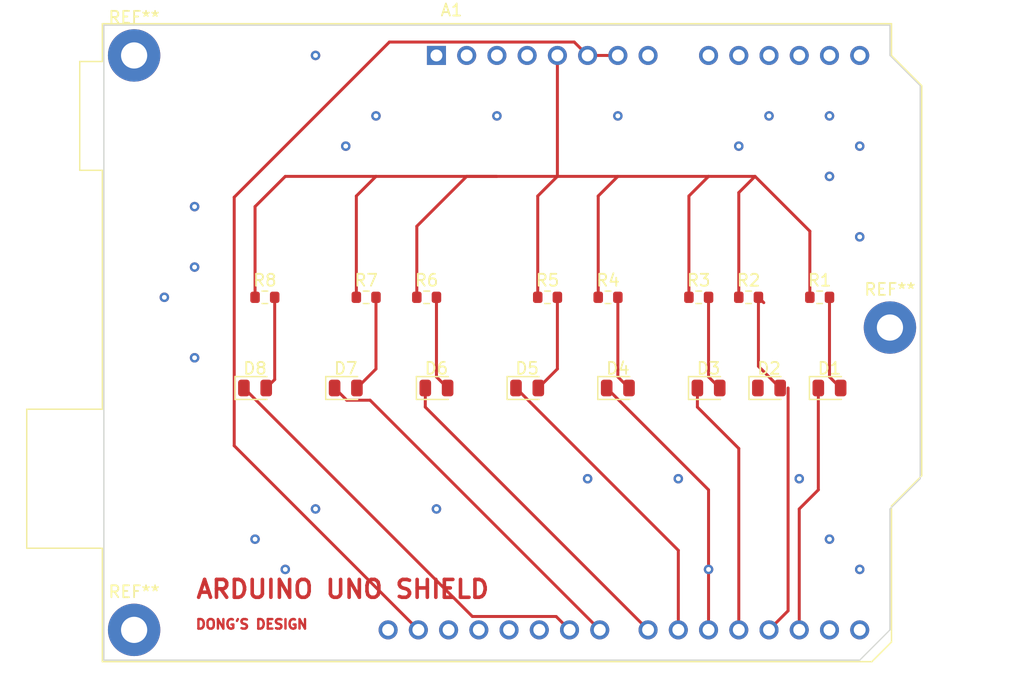
<source format=kicad_pcb>
(kicad_pcb (version 20221018) (generator pcbnew)
  (layers (0 "F.Cu" signal) (31 "B.Cu" signal) (34 "B.Paste" user) (35 "F.Paste" user) (36 "B.SilkS" user "B.Silkscreen") (37 "F.SilkS" user "F.Silkscreen") (38 "B.Mask" user) (39 "F.Mask" user) (44 "Edge.Cuts" user))
  (net 0 "")
  (net 5 "Net-(A1-+5V)")
  (net 6 "GND")
  (net 16 "Net-(A1-D2)")
  (net 17 "Net-(A1-D3)")
  (net 18 "Net-(A1-D4)")
  (net 19 "Net-(A1-D5)")
  (net 20 "Net-(A1-D6)")
  (net 21 "Net-(A1-D8)")
  (net 22 "Net-(A1-D9)")
  (net 28 "Net-(D1-A)")
  (net 29 "Net-(D2-A)")
  (net 30 "Net-(A1-D7)")
  (net 31 "Net-(D3-A)")
  (net 32 "Net-(D4-A)")
  (net 33 "Net-(D5-A)")
  (net 34 "Net-(D6-A)")
  (net 35 "Net-(D7-A)")
  (net 36 "Net-(D8-A)")
  (footprint "Resistor_SMD:R_0603_1608Metric" (layer "F.Cu") (at 128.715 88.9)
    (fp_text reference "R6" (at 0 -1.43) (layer "F.SilkS"))
    (fp_text value "R_Small_US")
    (fp_line (start -0.237258 -0.5225) (end 0.237258 -0.5225) (stroke (width 0.12)) (layer "F.SilkS"))
    (fp_line (start -0.237258 0.5225) (end 0.237258 0.5225) (stroke (width 0.12)) (layer "F.SilkS"))
    (pad "1" smd roundrect (at -0.825 0) (size 0.8 0.95) (layers "F.Cu" "F.Paste" "F.Mask") (net 5 "Net-(A1-+5V)"))
    (pad "2" smd roundrect (at 0.825 0) (size 0.8 0.95) (layers "F.Cu" "F.Paste" "F.Mask") (net 34 "Net-(D6-A)"))
  )
  (footprint "MountingHole:MountingHole_2.2mm_M2_Pad" (layer "F.Cu") (at 167.64 91.44)
    (fp_text reference "REF**" (at 0 -3.2) (layer "F.SilkS"))
    (fp_text value "MountingHole_2.2mm_M2_Pad")
    (pad "1" thru_hole circle (at 0 0) (size 4.4 4.4) (drill 2.2) (layers "*.Cu" "*.Mask"))
  )
  (footprint "MountingHole:MountingHole_2.2mm_M2_Pad" (layer "F.Cu") (at 104.14 116.84)
    (fp_text reference "REF**" (at 0 -3.2) (layer "F.SilkS"))
    (fp_text value "MountingHole_2.2mm_M2_Pad")
    (pad "1" thru_hole circle (at 0 0) (size 4.4 4.4) (drill 2.2) (layers "*.Cu" "*.Mask"))
  )
  (footprint "LED_SMD:LED_0805_2012Metric" (layer "F.Cu") (at 162.56 96.52)
    (fp_text reference "D1" (at 0 -1.65) (layer "F.SilkS"))
    (fp_text value "LED")
    (fp_line (start -1.685 -0.96) (end -1.685 0.96) (stroke (width 0.12)) (layer "F.SilkS"))
    (fp_line (start -1.685 0.96) (end 1 0.96) (stroke (width 0.12)) (layer "F.SilkS"))
    (fp_line (start 1 -0.96) (end -1.685 -0.96) (stroke (width 0.12)) (layer "F.SilkS"))
    (pad "1" smd roundrect (at -0.9375 0) (size 0.975 1.4) (layers "F.Cu" "F.Paste" "F.Mask") (net 16 "Net-(A1-D2)"))
    (pad "2" smd roundrect (at 0.9375 0) (size 0.975 1.4) (layers "F.Cu" "F.Paste" "F.Mask") (net 28 "Net-(D1-A)"))
  )
  (footprint "LED_SMD:LED_0805_2012Metric" (layer "F.Cu") (at 114.3 96.52)
    (fp_text reference "D8" (at 0 -1.65) (layer "F.SilkS"))
    (fp_text value "LED")
    (fp_line (start -1.685 -0.96) (end -1.685 0.96) (stroke (width 0.12)) (layer "F.SilkS"))
    (fp_line (start -1.685 0.96) (end 1 0.96) (stroke (width 0.12)) (layer "F.SilkS"))
    (fp_line (start 1 -0.96) (end -1.685 -0.96) (stroke (width 0.12)) (layer "F.SilkS"))
    (pad "1" smd roundrect (at -0.9375 0) (size 0.975 1.4) (layers "F.Cu" "F.Paste" "F.Mask") (net 22 "Net-(A1-D9)"))
    (pad "2" smd roundrect (at 0.9375 0) (size 0.975 1.4) (layers "F.Cu" "F.Paste" "F.Mask") (net 36 "Net-(D8-A)"))
  )
  (footprint "Resistor_SMD:R_0603_1608Metric" (layer "F.Cu") (at 115.125 88.9)
    (fp_text reference "R8" (at 0 -1.43) (layer "F.SilkS"))
    (fp_text value "R_Small_US")
    (fp_line (start -0.237258 -0.5225) (end 0.237258 -0.5225) (stroke (width 0.12)) (layer "F.SilkS"))
    (fp_line (start -0.237258 0.5225) (end 0.237258 0.5225) (stroke (width 0.12)) (layer "F.SilkS"))
    (pad "1" smd roundrect (at -0.825 0) (size 0.8 0.95) (layers "F.Cu" "F.Paste" "F.Mask") (net 5 "Net-(A1-+5V)"))
    (pad "2" smd roundrect (at 0.825 0) (size 0.8 0.95) (layers "F.Cu" "F.Paste" "F.Mask") (net 36 "Net-(D8-A)"))
  )
  (footprint "Resistor_SMD:R_0603_1608Metric" (layer "F.Cu") (at 155.765 88.9)
    (fp_text reference "R2" (at 0 -1.43) (layer "F.SilkS"))
    (fp_text value "R_Small_US")
    (fp_line (start -0.237258 -0.5225) (end 0.237258 -0.5225) (stroke (width 0.12)) (layer "F.SilkS"))
    (fp_line (start -0.237258 0.5225) (end 0.237258 0.5225) (stroke (width 0.12)) (layer "F.SilkS"))
    (pad "1" smd roundrect (at -0.825 0) (size 0.8 0.95) (layers "F.Cu" "F.Paste" "F.Mask") (net 5 "Net-(A1-+5V)"))
    (pad "2" smd roundrect (at 0.825 0) (size 0.8 0.95) (layers "F.Cu" "F.Paste" "F.Mask") (net 29 "Net-(D2-A)"))
  )
  (footprint "LED_SMD:LED_0805_2012Metric" (layer "F.Cu") (at 129.54 96.52)
    (fp_text reference "D6" (at 0 -1.65) (layer "F.SilkS"))
    (fp_text value "LED")
    (fp_line (start -1.685 -0.96) (end -1.685 0.96) (stroke (width 0.12)) (layer "F.SilkS"))
    (fp_line (start -1.685 0.96) (end 1 0.96) (stroke (width 0.12)) (layer "F.SilkS"))
    (fp_line (start 1 -0.96) (end -1.685 -0.96) (stroke (width 0.12)) (layer "F.SilkS"))
    (pad "1" smd roundrect (at -0.9375 0) (size 0.975 1.4) (layers "F.Cu" "F.Paste" "F.Mask") (net 30 "Net-(A1-D7)"))
    (pad "2" smd roundrect (at 0.9375 0) (size 0.975 1.4) (layers "F.Cu" "F.Paste" "F.Mask") (net 34 "Net-(D6-A)"))
  )
  (footprint "LED_SMD:LED_0805_2012Metric" (layer "F.Cu") (at 137.16 96.52)
    (fp_text reference "D5" (at 0 -1.65) (layer "F.SilkS"))
    (fp_text value "LED")
    (fp_line (start -1.685 -0.96) (end -1.685 0.96) (stroke (width 0.12)) (layer "F.SilkS"))
    (fp_line (start -1.685 0.96) (end 1 0.96) (stroke (width 0.12)) (layer "F.SilkS"))
    (fp_line (start 1 -0.96) (end -1.685 -0.96) (stroke (width 0.12)) (layer "F.SilkS"))
    (pad "1" smd roundrect (at -0.9375 0) (size 0.975 1.4) (layers "F.Cu" "F.Paste" "F.Mask") (net 20 "Net-(A1-D6)"))
    (pad "2" smd roundrect (at 0.9375 0) (size 0.975 1.4) (layers "F.Cu" "F.Paste" "F.Mask") (net 33 "Net-(D5-A)"))
  )
  (footprint "LED_SMD:LED_0805_2012Metric" (layer "F.Cu") (at 152.4 96.52)
    (fp_text reference "D3" (at 0 -1.65) (layer "F.SilkS"))
    (fp_text value "LED")
    (fp_line (start -1.685 -0.96) (end -1.685 0.96) (stroke (width 0.12)) (layer "F.SilkS"))
    (fp_line (start -1.685 0.96) (end 1 0.96) (stroke (width 0.12)) (layer "F.SilkS"))
    (fp_line (start 1 -0.96) (end -1.685 -0.96) (stroke (width 0.12)) (layer "F.SilkS"))
    (pad "1" smd roundrect (at -0.9375 0) (size 0.975 1.4) (layers "F.Cu" "F.Paste" "F.Mask") (net 18 "Net-(A1-D4)"))
    (pad "2" smd roundrect (at 0.9375 0) (size 0.975 1.4) (layers "F.Cu" "F.Paste" "F.Mask") (net 31 "Net-(D3-A)"))
  )
  (footprint "MountingHole:MountingHole_2.2mm_M2_Pad" (layer "F.Cu") (at 104.14 68.58)
    (fp_text reference "REF**" (at 0 -3.2) (layer "F.SilkS"))
    (fp_text value "MountingHole_2.2mm_M2_Pad")
    (pad "1" thru_hole circle (at 0 0) (size 4.4 4.4) (drill 2.2) (layers "*.Cu" "*.Mask"))
  )
  (footprint "Resistor_SMD:R_0603_1608Metric" (layer "F.Cu") (at 151.575 88.9)
    (fp_text reference "R3" (at 0 -1.43) (layer "F.SilkS"))
    (fp_text value "R_Small_US")
    (fp_line (start -0.237258 -0.5225) (end 0.237258 -0.5225) (stroke (width 0.12)) (layer "F.SilkS"))
    (fp_line (start -0.237258 0.5225) (end 0.237258 0.5225) (stroke (width 0.12)) (layer "F.SilkS"))
    (pad "1" smd roundrect (at -0.825 0) (size 0.8 0.95) (layers "F.Cu" "F.Paste" "F.Mask") (net 5 "Net-(A1-+5V)"))
    (pad "2" smd roundrect (at 0.825 0) (size 0.8 0.95) (layers "F.Cu" "F.Paste" "F.Mask") (net 31 "Net-(D3-A)"))
  )
  (footprint "Resistor_SMD:R_0603_1608Metric" (layer "F.Cu") (at 143.955 88.9)
    (fp_text reference "R4" (at 0 -1.43) (layer "F.SilkS"))
    (fp_text value "R_Small_US")
    (fp_line (start -0.237258 -0.5225) (end 0.237258 -0.5225) (stroke (width 0.12)) (layer "F.SilkS"))
    (fp_line (start -0.237258 0.5225) (end 0.237258 0.5225) (stroke (width 0.12)) (layer "F.SilkS"))
    (pad "1" smd roundrect (at -0.825 0) (size 0.8 0.95) (layers "F.Cu" "F.Paste" "F.Mask") (net 5 "Net-(A1-+5V)"))
    (pad "2" smd roundrect (at 0.825 0) (size 0.8 0.95) (layers "F.Cu" "F.Paste" "F.Mask") (net 32 "Net-(D4-A)"))
  )
  (footprint "Resistor_SMD:R_0603_1608Metric" (layer "F.Cu") (at 123.635 88.9)
    (fp_text reference "R7" (at 0 -1.43) (layer "F.SilkS"))
    (fp_text value "R_Small_US")
    (fp_line (start -0.237258 -0.5225) (end 0.237258 -0.5225) (stroke (width 0.12)) (layer "F.SilkS"))
    (fp_line (start -0.237258 0.5225) (end 0.237258 0.5225) (stroke (width 0.12)) (layer "F.SilkS"))
    (pad "1" smd roundrect (at -0.825 0) (size 0.8 0.95) (layers "F.Cu" "F.Paste" "F.Mask") (net 5 "Net-(A1-+5V)"))
    (pad "2" smd roundrect (at 0.825 0) (size 0.8 0.95) (layers "F.Cu" "F.Paste" "F.Mask") (net 35 "Net-(D7-A)"))
  )
  (footprint "Resistor_SMD:R_0603_1608Metric" (layer "F.Cu") (at 161.735 88.9)
    (fp_text reference "R1" (at 0 -1.43) (layer "F.SilkS"))
    (fp_text value "R_Small_US")
    (fp_line (start -0.237258 -0.5225) (end 0.237258 -0.5225) (stroke (width 0.12)) (layer "F.SilkS"))
    (fp_line (start -0.237258 0.5225) (end 0.237258 0.5225) (stroke (width 0.12)) (layer "F.SilkS"))
    (pad "1" smd roundrect (at -0.825 0) (size 0.8 0.95) (layers "F.Cu" "F.Paste" "F.Mask") (net 5 "Net-(A1-+5V)"))
    (pad "2" smd roundrect (at 0.825 0) (size 0.8 0.95) (layers "F.Cu" "F.Paste" "F.Mask") (net 28 "Net-(D1-A)"))
  )
  (footprint "LED_SMD:LED_0805_2012Metric" (layer "F.Cu") (at 157.48 96.52)
    (fp_text reference "D2" (at 0 -1.65) (layer "F.SilkS"))
    (fp_text value "LED")
    (fp_line (start -1.685 -0.96) (end -1.685 0.96) (stroke (width 0.12)) (layer "F.SilkS"))
    (fp_line (start -1.685 0.96) (end 1 0.96) (stroke (width 0.12)) (layer "F.SilkS"))
    (fp_line (start 1 -0.96) (end -1.685 -0.96) (stroke (width 0.12)) (layer "F.SilkS"))
    (pad "1" smd roundrect (at -0.9375 0) (size 0.975 1.4) (layers "F.Cu" "F.Paste" "F.Mask") (net 17 "Net-(A1-D3)"))
    (pad "2" smd roundrect (at 0.9375 0) (size 0.975 1.4) (layers "F.Cu" "F.Paste" "F.Mask") (net 29 "Net-(D2-A)"))
  )
  (footprint "LED_SMD:LED_0805_2012Metric" (layer "F.Cu") (at 144.78 96.52)
    (fp_text reference "D4" (at 0 -1.65) (layer "F.SilkS"))
    (fp_text value "LED")
    (fp_line (start -1.685 -0.96) (end -1.685 0.96) (stroke (width 0.12)) (layer "F.SilkS"))
    (fp_line (start -1.685 0.96) (end 1 0.96) (stroke (width 0.12)) (layer "F.SilkS"))
    (fp_line (start 1 -0.96) (end -1.685 -0.96) (stroke (width 0.12)) (layer "F.SilkS"))
    (pad "1" smd roundrect (at -0.9375 0) (size 0.975 1.4) (layers "F.Cu" "F.Paste" "F.Mask") (net 19 "Net-(A1-D5)"))
    (pad "2" smd roundrect (at 0.9375 0) (size 0.975 1.4) (layers "F.Cu" "F.Paste" "F.Mask") (net 32 "Net-(D4-A)"))
  )
  (footprint "Resistor_SMD:R_0603_1608Metric" (layer "F.Cu") (at 138.875 88.9)
    (fp_text reference "R5" (at 0 -1.43) (layer "F.SilkS"))
    (fp_text value "R_Small_US")
    (fp_line (start -0.237258 -0.5225) (end 0.237258 -0.5225) (stroke (width 0.12)) (layer "F.SilkS"))
    (fp_line (start -0.237258 0.5225) (end 0.237258 0.5225) (stroke (width 0.12)) (layer "F.SilkS"))
    (pad "1" smd roundrect (at -0.825 0) (size 0.8 0.95) (layers "F.Cu" "F.Paste" "F.Mask") (net 5 "Net-(A1-+5V)"))
    (pad "2" smd roundrect (at 0.825 0) (size 0.8 0.95) (layers "F.Cu" "F.Paste" "F.Mask") (net 33 "Net-(D5-A)"))
  )
  (footprint "Module:Arduino_UNO_R2" (layer "F.Cu") (at 129.54 68.58)
    (fp_text reference "A1" (at 1.27 -3.81 180) (layer "F.SilkS"))
    (fp_text value "Arduino_UNO_R2")
    (fp_line (start -34.42 29.72) (end -34.42 41.4) (stroke (width 0.12)) (layer "F.SilkS"))
    (fp_line (start -34.42 41.4) (end -28.07 41.4) (stroke (width 0.12)) (layer "F.SilkS"))
    (fp_line (start -29.97 0.51) (end -29.97 9.65) (stroke (width 0.12)) (layer "F.SilkS"))
    (fp_line (start -29.97 9.65) (end -28.07 9.65) (stroke (width 0.12)) (layer "F.SilkS"))
    (fp_line (start -28.07 -2.67) (end -28.07 0.51) (stroke (width 0.12)) (layer "F.SilkS"))
    (fp_line (start -28.07 0.51) (end -29.97 0.51) (stroke (width 0.12)) (layer "F.SilkS"))
    (fp_line (start -28.07 9.65) (end -28.07 29.72) (stroke (width 0.12)) (layer "F.SilkS"))
    (fp_line (start -28.07 29.72) (end -34.42 29.72) (stroke (width 0.12)) (layer "F.SilkS"))
    (fp_line (start -28.07 41.4) (end -28.07 50.93) (stroke (width 0.12)) (layer "F.SilkS"))
    (fp_line (start -28.07 50.93) (end 36.58 50.93) (stroke (width 0.12)) (layer "F.SilkS"))
    (fp_line (start 36.58 50.93) (end 38.23 49.28) (stroke (width 0.12)) (layer "F.SilkS"))
    (fp_line (start 38.23 -2.67) (end -28.07 -2.67) (stroke (width 0.12)) (layer "F.SilkS"))
    (fp_line (start 38.23 0) (end 38.23 -2.67) (stroke (width 0.12)) (layer "F.SilkS"))
    (fp_line (start 38.23 37.85) (end 40.77 35.31) (stroke (width 0.12)) (layer "F.SilkS"))
    (fp_line (start 38.23 49.28) (end 38.23 37.85) (stroke (width 0.12)) (layer "F.SilkS"))
    (fp_line (start 40.77 2.54) (end 38.23 0) (stroke (width 0.12)) (layer "F.SilkS"))
    (fp_line (start 40.77 35.31) (end 40.77 2.54) (stroke (width 0.12)) (layer "F.SilkS"))
    (pad "1" thru_hole rect (at 0 0 90) (size 1.6 1.6) (drill 1) (layers "*.Cu" "*.Mask"))
    (pad "2" thru_hole oval (at 2.54 0 90) (size 1.6 1.6) (drill 1) (layers "*.Cu" "*.Mask"))
    (pad "3" thru_hole oval (at 5.08 0 90) (size 1.6 1.6) (drill 1) (layers "*.Cu" "*.Mask"))
    (pad "4" thru_hole oval (at 7.62 0 90) (size 1.6 1.6) (drill 1) (layers "*.Cu" "*.Mask"))
    (pad "5" thru_hole oval (at 10.16 0 90) (size 1.6 1.6) (drill 1) (layers "*.Cu" "*.Mask") (net 5 "Net-(A1-+5V)"))
    (pad "6" thru_hole oval (at 12.7 0 90) (size 1.6 1.6) (drill 1) (layers "*.Cu" "*.Mask") (net 6 "GND"))
    (pad "7" thru_hole oval (at 15.24 0 90) (size 1.6 1.6) (drill 1) (layers "*.Cu" "*.Mask") (net 6 "GND"))
    (pad "8" thru_hole oval (at 17.78 0 90) (size 1.6 1.6) (drill 1) (layers "*.Cu" "*.Mask"))
    (pad "9" thru_hole oval (at 22.86 0 90) (size 1.6 1.6) (drill 1) (layers "*.Cu" "*.Mask"))
    (pad "10" thru_hole oval (at 25.4 0 90) (size 1.6 1.6) (drill 1) (layers "*.Cu" "*.Mask"))
    (pad "11" thru_hole oval (at 27.94 0 90) (size 1.6 1.6) (drill 1) (layers "*.Cu" "*.Mask"))
    (pad "12" thru_hole oval (at 30.48 0 90) (size 1.6 1.6) (drill 1) (layers "*.Cu" "*.Mask"))
    (pad "13" thru_hole oval (at 33.02 0 90) (size 1.6 1.6) (drill 1) (layers "*.Cu" "*.Mask"))
    (pad "14" thru_hole oval (at 35.56 0 90) (size 1.6 1.6) (drill 1) (layers "*.Cu" "*.Mask"))
    (pad "15" thru_hole oval (at 35.56 48.26 90) (size 1.6 1.6) (drill 1) (layers "*.Cu" "*.Mask"))
    (pad "16" thru_hole oval (at 33.02 48.26 90) (size 1.6 1.6) (drill 1) (layers "*.Cu" "*.Mask"))
    (pad "17" thru_hole oval (at 30.48 48.26 90) (size 1.6 1.6) (drill 1) (layers "*.Cu" "*.Mask") (net 16 "Net-(A1-D2)"))
    (pad "18" thru_hole oval (at 27.94 48.26 90) (size 1.6 1.6) (drill 1) (layers "*.Cu" "*.Mask") (net 17 "Net-(A1-D3)"))
    (pad "19" thru_hole oval (at 25.4 48.26 90) (size 1.6 1.6) (drill 1) (layers "*.Cu" "*.Mask") (net 18 "Net-(A1-D4)"))
    (pad "20" thru_hole oval (at 22.86 48.26 90) (size 1.6 1.6) (drill 1) (layers "*.Cu" "*.Mask") (net 19 "Net-(A1-D5)"))
    (pad "21" thru_hole oval (at 20.32 48.26 90) (size 1.6 1.6) (drill 1) (layers "*.Cu" "*.Mask") (net 20 "Net-(A1-D6)"))
    (pad "22" thru_hole oval (at 17.78 48.26 90) (size 1.6 1.6) (drill 1) (layers "*.Cu" "*.Mask") (net 30 "Net-(A1-D7)"))
    (pad "23" thru_hole oval (at 13.72 48.26 90) (size 1.6 1.6) (drill 1) (layers "*.Cu" "*.Mask") (net 21 "Net-(A1-D8)"))
    (pad "24" thru_hole oval (at 11.18 48.26 90) (size 1.6 1.6) (drill 1) (layers "*.Cu" "*.Mask") (net 22 "Net-(A1-D9)"))
    (pad "25" thru_hole oval (at 8.64 48.26 90) (size 1.6 1.6) (drill 1) (layers "*.Cu" "*.Mask"))
    (pad "26" thru_hole oval (at 6.1 48.26 90) (size 1.6 1.6) (drill 1) (layers "*.Cu" "*.Mask"))
    (pad "27" thru_hole oval (at 3.56 48.26 90) (size 1.6 1.6) (drill 1) (layers "*.Cu" "*.Mask"))
    (pad "28" thru_hole oval (at 1.02 48.26 90) (size 1.6 1.6) (drill 1) (layers "*.Cu" "*.Mask"))
    (pad "29" thru_hole oval (at -1.52 48.26 90) (size 1.6 1.6) (drill 1) (layers "*.Cu" "*.Mask") (net 6 "GND"))
    (pad "30" thru_hole oval (at -4.06 48.26 90) (size 1.6 1.6) (drill 1) (layers "*.Cu" "*.Mask"))
  )
  (footprint "LED_SMD:LED_0805_2012Metric" (layer "F.Cu") (at 121.92 96.52)
    (fp_text reference "D7" (at 0 -1.65) (layer "F.SilkS"))
    (fp_text value "LED")
    (fp_line (start -1.685 -0.96) (end -1.685 0.96) (stroke (width 0.12)) (layer "F.SilkS"))
    (fp_line (start -1.685 0.96) (end 1 0.96) (stroke (width 0.12)) (layer "F.SilkS"))
    (fp_line (start 1 -0.96) (end -1.685 -0.96) (stroke (width 0.12)) (layer "F.SilkS"))
    (pad "1" smd roundrect (at -0.9375 0) (size 0.975 1.4) (layers "F.Cu" "F.Paste" "F.Mask") (net 21 "Net-(A1-D8)"))
    (pad "2" smd roundrect (at 0.9375 0) (size 0.975 1.4) (layers "F.Cu" "F.Paste" "F.Mask") (net 35 "Net-(D7-A)"))
  )
  (gr_line (start 167.64 106.68) (end 167.64 116.84) (stroke (width 0.1)) (layer "Edge.Cuts"))
  (gr_line (start 165.1 119.38) (end 101.6 119.38) (stroke (width 0.1)) (layer "Edge.Cuts"))
  (gr_line (start 170.18 71.12) (end 170.18 104.14) (stroke (width 0.1)) (layer "Edge.Cuts"))
  (gr_line (start 170.18 104.14) (end 167.64 106.68) (stroke (width 0.1)) (layer "Edge.Cuts"))
  (gr_line (start 167.64 68.58) (end 170.18 71.12) (stroke (width 0.1)) (layer "Edge.Cuts"))
  (gr_line (start 101.6 66.04) (end 167.64 66.04) (stroke (width 0.1)) (layer "Edge.Cuts"))
  (gr_line (start 101.6 119.38) (end 101.6 66.04) (stroke (width 0.1)) (layer "Edge.Cuts"))
  (gr_line (start 167.64 66.04) (end 167.64 68.58) (stroke (width 0.1)) (layer "Edge.Cuts"))
  (gr_line (start 167.64 116.84) (end 165.1 119.38) (stroke (width 0.1)) (layer "Edge.Cuts"))
  (gr_text "ARDUINO UNO SHIELD" (at 109.22 114.3) (layer "F.Cu") (effects (font (size 1.5 1.5) (thickness 0.3) bold) (justify left bottom)))
  (gr_text "DONG'S DESIGN" (at 109.22 116.84) (layer "F.Cu") (effects (font (size 0.8 0.8) (thickness 0.2) bold) (justify left bottom)))
  (via (at 134.62 73.66) (size 0.8) (drill 0.4) (layers "F.Cu" "B.Cu") (net 0))
  (via (at 162.56 109.22) (size 0.8) (drill 0.4) (layers "F.Cu" "B.Cu") (net 0))
  (via (at 121.92 76.2) (size 0.8) (drill 0.4) (layers "F.Cu" "B.Cu") (net 0))
  (via (at 162.56 73.66) (size 0.8) (drill 0.4) (layers "F.Cu" "B.Cu") (net 0))
  (via (at 119.38 68.58) (size 0.8) (drill 0.4) (layers "F.Cu" "B.Cu") (net 0))
  (via (at 129.54 106.68) (size 0.8) (drill 0.4) (layers "F.Cu" "B.Cu") (net 0))
  (via (at 109.22 93.98) (size 0.8) (drill 0.4) (layers "F.Cu" "B.Cu") (net 0))
  (via (at 157.48 73.66) (size 0.8) (drill 0.4) (layers "F.Cu" "B.Cu") (net 0))
  (via (at 160.02 104.14) (size 0.8) (drill 0.4) (layers "F.Cu" "B.Cu") (net 0))
  (via (at 144.78 73.66) (size 0.8) (drill 0.4) (layers "F.Cu" "B.Cu") (net 0))
  (via (at 114.3 109.22) (size 0.8) (drill 0.4) (layers "F.Cu" "B.Cu") (net 0))
  (via (at 124.46 73.66) (size 0.8) (drill 0.4) (layers "F.Cu" "B.Cu") (net 0))
  (via (at 119.38 106.68) (size 0.8) (drill 0.4) (layers "F.Cu" "B.Cu") (net 0))
  (via (at 165.1 111.76) (size 0.8) (drill 0.4) (layers "F.Cu" "B.Cu") (net 0))
  (via (at 165.1 83.82) (size 0.8) (drill 0.4) (layers "F.Cu" "B.Cu") (net 0))
  (via (at 149.86 104.14) (size 0.8) (drill 0.4) (layers "F.Cu" "B.Cu") (net 0))
  (via (at 106.68 88.9) (size 0.8) (drill 0.4) (layers "F.Cu" "B.Cu") (net 0))
  (via (at 162.56 78.74) (size 0.8) (drill 0.4) (layers "F.Cu" "B.Cu") (net 0))
  (via (at 142.24 104.14) (size 0.8) (drill 0.4) (layers "F.Cu" "B.Cu") (net 0))
  (via (at 109.22 81.28) (size 0.8) (drill 0.4) (layers "F.Cu" "B.Cu") (net 0))
  (via (at 154.94 76.2) (size 0.8) (drill 0.4) (layers "F.Cu" "B.Cu") (net 0))
  (via (at 116.84 111.76) (size 0.8) (drill 0.4) (layers "F.Cu" "B.Cu") (net 0))
  (via (at 165.1 76.2) (size 0.8) (drill 0.4) (layers "F.Cu" "B.Cu") (net 0))
  (via (at 109.22 86.36) (size 0.8) (drill 0.4) (layers "F.Cu" "B.Cu") (net 0))
  (segment (start 139.7 68.58) (end 139.7 78.74) (width 0.25) (layer "F.Cu") (net 5))
  (segment (start 152.4 78.74) (end 139.7 78.74) (width 0.25) (layer "F.Cu") (net 5))
  (segment (start 139.7 78.74) (end 124.46 78.74) (width 0.25) (layer "F.Cu") (net 5))
  (segment (start 156.305 78.74) (end 152.4 78.74) (width 0.25) (layer "F.Cu") (net 5))
  (segment (start 160.91 88.9) (end 160.91 83.345) (width 0.25) (layer "F.Cu") (net 5))
  (segment (start 132.08 78.74) (end 134.62 78.74) (width 0.25) (layer "F.Cu") (net 5))
  (segment (start 122.81 80.39) (end 124.46 78.74) (width 0.25) (layer "F.Cu") (net 5))
  (segment (start 150.75 80.39) (end 152.4 78.74) (width 0.25) (layer "F.Cu") (net 5))
  (segment (start 143.13 88.9) (end 143.13 80.39) (width 0.25) (layer "F.Cu") (net 5))
  (segment (start 127.89 82.93) (end 132.08 78.74) (width 0.25) (layer "F.Cu") (net 5))
  (segment (start 114.3 81.28) (end 114.3 88.9) (width 0.25) (layer "F.Cu") (net 5))
  (segment (start 154.94 88.9) (end 154.94 80.105) (width 0.25) (layer "F.Cu") (net 5))
  (segment (start 150.75 88.9) (end 150.75 80.39) (width 0.25) (layer "F.Cu") (net 5))
  (segment (start 122.81 88.9) (end 122.81 80.39) (width 0.25) (layer "F.Cu") (net 5))
  (segment (start 127.89 88.9) (end 127.89 82.93) (width 0.25) (layer "F.Cu") (net 5))
  (segment (start 143.13 80.39) (end 144.78 78.74) (width 0.25) (layer "F.Cu") (net 5))
  (segment (start 160.91 83.345) (end 156.305 78.74) (width 0.25) (layer "F.Cu") (net 5))
  (segment (start 138.05 80.39) (end 139.7 78.74) (width 0.25) (layer "F.Cu") (net 5))
  (segment (start 124.46 78.74) (end 116.84 78.74) (width 0.25) (layer "F.Cu") (net 5))
  (segment (start 116.84 78.74) (end 114.3 81.28) (width 0.25) (layer "F.Cu") (net 5))
  (segment (start 138.05 88.9) (end 138.05 80.39) (width 0.25) (layer "F.Cu") (net 5))
  (segment (start 154.94 80.105) (end 156.305 78.74) (width 0.25) (layer "F.Cu") (net 5))
  (segment (start 112.55 101.37) (end 112.55 80.49) (width 0.25) (layer "F.Cu") (net 6))
  (segment (start 128.02 116.84) (end 112.55 101.37) (width 0.25) (layer "F.Cu") (net 6))
  (segment (start 112.55 80.49) (end 125.585 67.455) (width 0.25) (layer "F.Cu") (net 6))
  (segment (start 125.585 67.455) (end 141.115 67.455) (width 0.25) (layer "F.Cu") (net 6))
  (segment (start 141.115 67.455) (end 142.24 68.58) (width 0.25) (layer "F.Cu") (net 6))
  (segment (start 142.24 68.58) (end 144.78 68.58) (width 0.25) (layer "F.Cu") (net 6))
  (segment (start 160.02 106.68) (end 160.02 116.84) (width 0.25) (layer "F.Cu") (net 16))
  (segment (start 161.6225 96.52) (end 161.6225 105.0775) (width 0.25) (layer "F.Cu") (net 16))
  (segment (start 161.6225 105.0775) (end 160.02 106.68) (width 0.25) (layer "F.Cu") (net 16))
  (segment (start 159.0825 115.2375) (end 157.48 116.84) (width 0.25) (layer "F.Cu") (net 17))
  (segment (start 159.0825 96.52) (end 159.0825 115.2375) (width 0.25) (layer "F.Cu") (net 17))
  (segment (start 154.94 101.6) (end 151.4625 98.1225) (width 0.25) (layer "F.Cu") (net 18))
  (segment (start 154.94 116.84) (end 154.94 101.6) (width 0.25) (layer "F.Cu") (net 18))
  (segment (start 151.4625 98.1225) (end 151.4625 96.52) (width 0.25) (layer "F.Cu") (net 18))
  (segment (start 152.4 105.0775) (end 143.8425 96.52) (width 0.25) (layer "F.Cu") (net 19))
  (segment (start 152.4 116.84) (end 152.4 111.76) (width 0.25) (layer "F.Cu") (net 19))
  (segment (start 152.4 111.76) (end 152.4 105.0775) (width 0.25) (layer "F.Cu") (net 19))
  (via (at 152.4 111.76) (size 0.8) (drill 0.4) (layers "F.Cu" "B.Cu") (net 19))
  (segment (start 149.86 110.1575) (end 136.2225 96.52) (width 0.25) (layer "F.Cu") (net 20))
  (segment (start 149.86 116.84) (end 149.86 110.1575) (width 0.25) (layer "F.Cu") (net 20))
  (segment (start 123.965 97.545) (end 122.0075 97.545) (width 0.25) (layer "F.Cu") (net 21))
  (segment (start 122.0075 97.545) (end 120.9825 96.52) (width 0.25) (layer "F.Cu") (net 21))
  (segment (start 143.26 116.84) (end 123.965 97.545) (width 0.25) (layer "F.Cu") (net 21))
  (segment (start 139.595 115.715) (end 132.5575 115.715) (width 0.25) (layer "F.Cu") (net 22))
  (segment (start 140.72 116.84) (end 139.595 115.715) (width 0.25) (layer "F.Cu") (net 22))
  (segment (start 132.5575 115.715) (end 113.3625 96.52) (width 0.25) (layer "F.Cu") (net 22))
  (segment (start 162.56 95.5825) (end 163.4975 96.52) (width 0.25) (layer "F.Cu") (net 28))
  (segment (start 162.56 88.9) (end 162.56 95.5825) (width 0.25) (layer "F.Cu") (net 28))
  (segment (start 156.59 88.9) (end 157.04 89.35) (width 0.25) (layer "F.Cu") (net 29))
  (segment (start 156.59 88.9) (end 156.59 94.6925) (width 0.25) (layer "F.Cu") (net 29))
  (segment (start 156.59 94.6925) (end 158.4175 96.52) (width 0.25) (layer "F.Cu") (net 29))
  (segment (start 128.6025 96.52) (end 128.6025 98.1225) (width 0.25) (layer "F.Cu") (net 30))
  (segment (start 128.6025 98.1225) (end 147.32 116.84) (width 0.25) (layer "F.Cu") (net 30))
  (segment (start 152.4 88.9) (end 152.4 95.5825) (width 0.25) (layer "F.Cu") (net 31))
  (segment (start 152.4 95.5825) (end 153.3375 96.52) (width 0.25) (layer "F.Cu") (net 31))
  (segment (start 144.78 88.9) (end 144.78 95.5825) (width 0.25) (layer "F.Cu") (net 32))
  (segment (start 144.78 95.5825) (end 145.7175 96.52) (width 0.25) (layer "F.Cu") (net 32))
  (segment (start 139.7 88.9) (end 139.7 94.9175) (width 0.25) (layer "F.Cu") (net 33))
  (segment (start 139.7 94.9175) (end 138.0975 96.52) (width 0.25) (layer "F.Cu") (net 33))
  (segment (start 129.54 95.5825) (end 130.4775 96.52) (width 0.25) (layer "F.Cu") (net 34))
  (segment (start 129.54 88.9) (end 129.54 95.5825) (width 0.25) (layer "F.Cu") (net 34))
  (segment (start 124.46 94.9175) (end 122.8575 96.52) (width 0.25) (layer "F.Cu") (net 35))
  (segment (start 124.46 88.9) (end 124.46 94.9175) (width 0.25) (layer "F.Cu") (net 35))
  (segment (start 115.95 88.9) (end 115.95 95.8075) (width 0.25) (layer "F.Cu") (net 36))
  (segment (start 115.95 95.8075) (end 115.2375 96.52) (width 0.25) (layer "F.Cu") (net 36))
)
</source>
